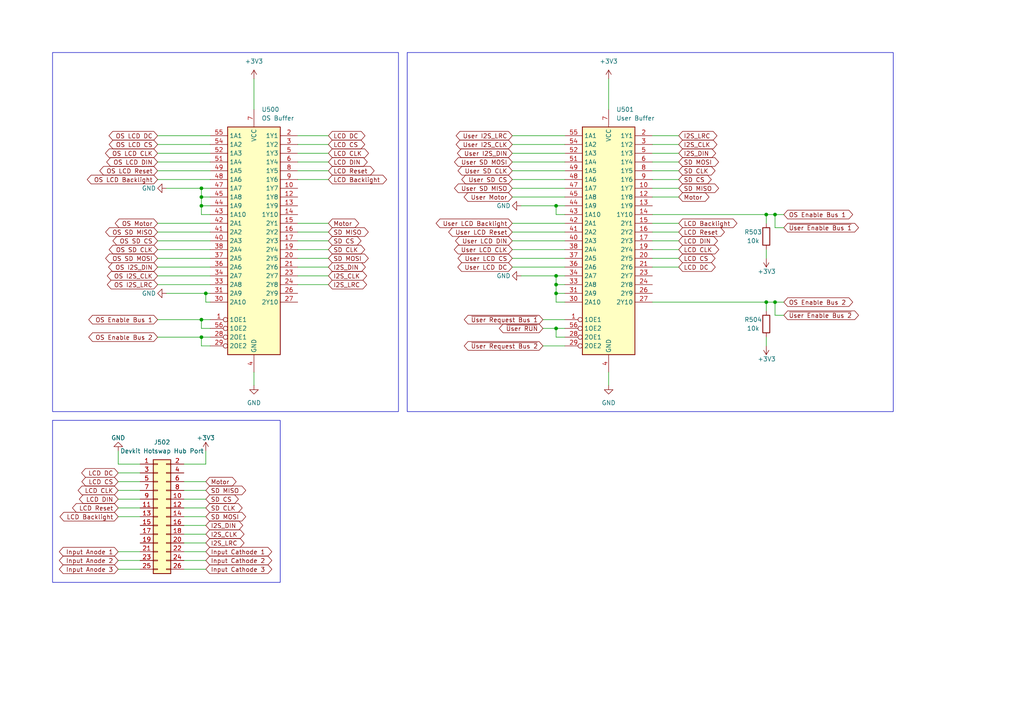
<source format=kicad_sch>
(kicad_sch (version 20230121) (generator eeschema)
  (paper "A4")
  (lib_symbols
    (symbol "74xx:SN74AVC16827DGGR"
      (property "Reference" "U" (at -6.35 34.29 0))
      (property "Value" "SN74AVC16827DGGR" (at 10.16 34.29 0))
      (symbol "SN74AVC16827DGGR_0_1"
        (rectangle (start -7.62 33.02) (end 7.62 -33.02) (stroke (width 0.254)) (fill (type background)))
      )
      (symbol "SN74AVC16827DGGR_1_1"
        (pin input inverted (at -12.7 -22.86 0) (length 5.08) (name "1OE1") (number "1"))
        (pin output line (at 12.7 15.24 180) (length 5.08) (name "1Y7") (number "10"))
        (pin passive line (at 0 -38.1 90) (length 5.08) hide (name "GND") (number "11"))
        (pin output line (at 12.7 12.7 180) (length 5.08) (name "1Y8") (number "12"))
        (pin output line (at 12.7 10.16 180) (length 5.08) (name "1Y9") (number "13"))
        (pin output line (at 12.7 7.62 180) (length 5.08) (name "1Y10") (number "14"))
        (pin output line (at 12.7 5.08 180) (length 5.08) (name "2Y1") (number "15"))
        (pin output line (at 12.7 2.54 180) (length 5.08) (name "2Y2") (number "16"))
        (pin output line (at 12.7 0 180) (length 5.08) (name "2Y3") (number "17"))
        (pin passive line (at 0 -38.1 90) (length 5.08) hide (name "GND") (number "18"))
        (pin output line (at 12.7 -2.54 180) (length 5.08) (name "2Y4") (number "19"))
        (pin output line (at 12.7 30.48 180) (length 5.08) (name "1Y1") (number "2"))
        (pin output line (at 12.7 -5.08 180) (length 5.08) (name "2Y5") (number "20"))
        (pin output line (at 12.7 -7.62 180) (length 5.08) (name "2Y6") (number "21"))
        (pin passive line (at 0 38.1 270) (length 5.08) hide (name "VCC") (number "22"))
        (pin output line (at 12.7 -10.16 180) (length 5.08) (name "2Y7") (number "23"))
        (pin output line (at 12.7 -12.7 180) (length 5.08) (name "2Y8") (number "24"))
        (pin passive line (at 0 -38.1 90) (length 5.08) hide (name "GND") (number "25"))
        (pin output line (at 12.7 -15.24 180) (length 5.08) (name "2Y9") (number "26"))
        (pin output line (at 12.7 -17.78 180) (length 5.08) (name "2Y10") (number "27"))
        (pin input inverted (at -12.7 -27.94 0) (length 5.08) (name "2OE1") (number "28"))
        (pin input inverted (at -12.7 -30.48 0) (length 5.08) (name "2OE2") (number "29"))
        (pin output line (at 12.7 27.94 180) (length 5.08) (name "1Y2") (number "3"))
        (pin input line (at -12.7 -17.78 0) (length 5.08) (name "2A10") (number "30"))
        (pin input line (at -12.7 -15.24 0) (length 5.08) (name "2A9") (number "31"))
        (pin passive line (at 0 -38.1 90) (length 5.08) hide (name "GND") (number "32"))
        (pin input line (at -12.7 -12.7 0) (length 5.08) (name "2A8") (number "33"))
        (pin input line (at -12.7 -10.16 0) (length 5.08) (name "2A7") (number "34"))
        (pin passive line (at 0 38.1 270) (length 5.08) hide (name "VCC") (number "35"))
        (pin input line (at -12.7 -7.62 0) (length 5.08) (name "2A6") (number "36"))
        (pin input line (at -12.7 -5.08 0) (length 5.08) (name "2A5") (number "37"))
        (pin input line (at -12.7 -2.54 0) (length 5.08) (name "2A4") (number "38"))
        (pin passive line (at 0 -38.1 90) (length 5.08) hide (name "GND") (number "39"))
        (pin power_in line (at 0 -38.1 90) (length 5.08) (name "GND") (number "4"))
        (pin input line (at -12.7 0 0) (length 5.08) (name "2A3") (number "40"))
        (pin input line (at -12.7 2.54 0) (length 5.08) (name "2A2") (number "41"))
        (pin input line (at -12.7 5.08 0) (length 5.08) (name "2A1") (number "42"))
        (pin input line (at -12.7 7.62 0) (length 5.08) (name "1A10") (number "43"))
        (pin input line (at -12.7 10.16 0) (length 5.08) (name "1A9") (number "44"))
        (pin input line (at -12.7 12.7 0) (length 5.08) (name "1A8") (number "45"))
        (pin passive line (at 0 -38.1 90) (length 5.08) hide (name "GND") (number "46"))
        (pin input line (at -12.7 15.24 0) (length 5.08) (name "1A7") (number "47"))
        (pin input line (at -12.7 17.78 0) (length 5.08) (name "1A6") (number "48"))
        (pin input line (at -12.7 20.32 0) (length 5.08) (name "1A5") (number "49"))
        (pin output line (at 12.7 25.4 180) (length 5.08) (name "1Y3") (number "5"))
        (pin passive line (at 0 38.1 270) (length 5.08) hide (name "VCC") (number "50"))
        (pin input line (at -12.7 22.86 0) (length 5.08) (name "1A4") (number "51"))
        (pin input line (at -12.7 25.4 0) (length 5.08) (name "1A3") (number "52"))
        (pin passive line (at 0 -38.1 90) (length 5.08) hide (name "GND") (number "53"))
        (pin input line (at -12.7 27.94 0) (length 5.08) (name "1A2") (number "54"))
        (pin input line (at -12.7 30.48 0) (length 5.08) (name "1A1") (number "55"))
        (pin input inverted (at -12.7 -25.4 0) (length 5.08) (name "1OE2") (number "56"))
        (pin output line (at 12.7 22.86 180) (length 5.08) (name "1Y4") (number "6"))
        (pin power_in line (at 0 38.1 270) (length 5.08) (name "VCC") (number "7"))
        (pin output line (at 12.7 20.32 180) (length 5.08) (name "1Y5") (number "8"))
        (pin output line (at 12.7 17.78 180) (length 5.08) (name "1Y6") (number "9"))
      )
    )
    (symbol "Connector_Generic:Conn_02x13_Odd_Even" (pin_names (offset 1.016) hide)
      (property "Reference" "J" (at 1.27 17.78 0))
      (property "Value" "Conn_02x13_Odd_Even" (at 1.27 -17.78 0))
      (symbol "Conn_02x13_Odd_Even_1_1"
        (rectangle (start -1.27 -15.113) (end 0 -15.367) (stroke (width 0.1524)))
        (rectangle (start -1.27 -12.573) (end 0 -12.827) (stroke (width 0.1524)))
        (rectangle (start -1.27 -10.033) (end 0 -10.287) (stroke (width 0.1524)))
        (rectangle (start -1.27 -7.493) (end 0 -7.747) (stroke (width 0.1524)))
        (rectangle (start -1.27 -4.953) (end 0 -5.207) (stroke (width 0.1524)))
        (rectangle (start -1.27 -2.413) (end 0 -2.667) (stroke (width 0.1524)))
        (rectangle (start -1.27 0.127) (end 0 -0.127) (stroke (width 0.1524)))
        (rectangle (start -1.27 2.667) (end 0 2.413) (stroke (width 0.1524)))
        (rectangle (start -1.27 5.207) (end 0 4.953) (stroke (width 0.1524)))
        (rectangle (start -1.27 7.747) (end 0 7.493) (stroke (width 0.1524)))
        (rectangle (start -1.27 10.287) (end 0 10.033) (stroke (width 0.1524)))
        (rectangle (start -1.27 12.827) (end 0 12.573) (stroke (width 0.1524)))
        (rectangle (start -1.27 15.367) (end 0 15.113) (stroke (width 0.1524)))
        (rectangle (start -1.27 16.51) (end 3.81 -16.51) (stroke (width 0.254)) (fill (type background)))
        (rectangle (start 3.81 -15.113) (end 2.54 -15.367) (stroke (width 0.1524)))
        (rectangle (start 3.81 -12.573) (end 2.54 -12.827) (stroke (width 0.1524)))
        (rectangle (start 3.81 -10.033) (end 2.54 -10.287) (stroke (width 0.1524)))
        (rectangle (start 3.81 -7.493) (end 2.54 -7.747) (stroke (width 0.1524)))
        (rectangle (start 3.81 -4.953) (end 2.54 -5.207) (stroke (width 0.1524)))
        (rectangle (start 3.81 -2.413) (end 2.54 -2.667) (stroke (width 0.1524)))
        (rectangle (start 3.81 0.127) (end 2.54 -0.127) (stroke (width 0.1524)))
        (rectangle (start 3.81 2.667) (end 2.54 2.413) (stroke (width 0.1524)))
        (rectangle (start 3.81 5.207) (end 2.54 4.953) (stroke (width 0.1524)))
        (rectangle (start 3.81 7.747) (end 2.54 7.493) (stroke (width 0.1524)))
        (rectangle (start 3.81 10.287) (end 2.54 10.033) (stroke (width 0.1524)))
        (rectangle (start 3.81 12.827) (end 2.54 12.573) (stroke (width 0.1524)))
        (rectangle (start 3.81 15.367) (end 2.54 15.113) (stroke (width 0.1524)))
        (pin passive line (at -5.08 15.24 0) (length 3.81) (name "Pin_1") (number "1"))
        (pin passive line (at 7.62 5.08 180) (length 3.81) (name "Pin_10") (number "10"))
        (pin passive line (at -5.08 2.54 0) (length 3.81) (name "Pin_11") (number "11"))
        (pin passive line (at 7.62 2.54 180) (length 3.81) (name "Pin_12") (number "12"))
        (pin passive line (at -5.08 0 0) (length 3.81) (name "Pin_13") (number "13"))
        (pin passive line (at 7.62 0 180) (length 3.81) (name "Pin_14") (number "14"))
        (pin passive line (at -5.08 -2.54 0) (length 3.81) (name "Pin_15") (number "15"))
        (pin passive line (at 7.62 -2.54 180) (length 3.81) (name "Pin_16") (number "16"))
        (pin passive line (at -5.08 -5.08 0) (length 3.81) (name "Pin_17") (number "17"))
        (pin passive line (at 7.62 -5.08 180) (length 3.81) (name "Pin_18") (number "18"))
        (pin passive line (at -5.08 -7.62 0) (length 3.81) (name "Pin_19") (number "19"))
        (pin passive line (at 7.62 15.24 180) (length 3.81) (name "Pin_2") (number "2"))
        (pin passive line (at 7.62 -7.62 180) (length 3.81) (name "Pin_20") (number "20"))
        (pin passive line (at -5.08 -10.16 0) (length 3.81) (name "Pin_21") (number "21"))
        (pin passive line (at 7.62 -10.16 180) (length 3.81) (name "Pin_22") (number "22"))
        (pin passive line (at -5.08 -12.7 0) (length 3.81) (name "Pin_23") (number "23"))
        (pin passive line (at 7.62 -12.7 180) (length 3.81) (name "Pin_24") (number "24"))
        (pin passive line (at -5.08 -15.24 0) (length 3.81) (name "Pin_25") (number "25"))
        (pin passive line (at 7.62 -15.24 180) (length 3.81) (name "Pin_26") (number "26"))
        (pin passive line (at -5.08 12.7 0) (length 3.81) (name "Pin_3") (number "3"))
        (pin passive line (at 7.62 12.7 180) (length 3.81) (name "Pin_4") (number "4"))
        (pin passive line (at -5.08 10.16 0) (length 3.81) (name "Pin_5") (number "5"))
        (pin passive line (at 7.62 10.16 180) (length 3.81) (name "Pin_6") (number "6"))
        (pin passive line (at -5.08 7.62 0) (length 3.81) (name "Pin_7") (number "7"))
        (pin passive line (at 7.62 7.62 180) (length 3.81) (name "Pin_8") (number "8"))
        (pin passive line (at -5.08 5.08 0) (length 3.81) (name "Pin_9") (number "9"))
      )
    )
    (symbol "Device:R" (pin_numbers hide) (pin_names (offset 0))
      (property "Reference" "R" (at 2.032 0 90))
      (property "Value" "R" (at 0 0 90))
      (symbol "R_0_1"
        (rectangle (start -1.016 -2.54) (end 1.016 2.54) (stroke (width 0.254)))
      )
      (symbol "R_1_1"
        (pin passive line (at 0 3.81 270) (length 1.27) (name "~") (number "1"))
        (pin passive line (at 0 -3.81 90) (length 1.27) (name "~") (number "2"))
      )
    )
    (symbol "power:+3V3" (power) (pin_names (offset 0))
      (property "Value" "+3V3" (at 0 3.556 0))
      (symbol "+3V3_0_1"
        (polyline (pts (xy -0.762 1.27) (xy 0 2.54)))
        (polyline (pts (xy 0 0) (xy 0 2.54)))
        (polyline (pts (xy 0 2.54) (xy 0.762 1.27)))
      )
      (symbol "+3V3_1_1"
        (pin power_in line (at 0 0 90) (length 0) hide (name "+3V3") (number "1"))
      )
    )
    (symbol "power:GND" (power) (pin_names (offset 0))
      (property "Value" "GND" (at 0 -3.81 0))
      (symbol "GND_0_1"
        (polyline (pts (xy 0 0) (xy 0 -1.27) (xy 1.27 -1.27) (xy 0 -2.54) (xy -1.27 -1.27) (xy 0 -1.27)))
      )
      (symbol "GND_1_1"
        (pin power_in line (at 0 0 270) (length 0) hide (name "GND") (number "1"))
      )
    )
  )
  (junction (at 58.42 97.79))
  (junction (at 224.79 62.23))
  (junction (at 222.25 87.63))
  (junction (at 58.42 57.15))
  (junction (at 222.25 62.23))
  (junction (at 161.29 82.55))
  (junction (at 224.79 87.63))
  (junction (at 161.29 95.25))
  (junction (at 161.29 59.69))
  (junction (at 58.42 54.61))
  (junction (at 161.29 80.01))
  (junction (at 161.29 85.09))
  (junction (at 59.69 85.09))
  (junction (at 58.42 59.69))
  (junction (at 58.42 92.71))
  (wire (pts (xy 196.85 41.91) (xy 189.23 41.91)))
  (wire (pts (xy 196.85 57.15) (xy 189.23 57.15)))
  (wire (pts (xy 60.96 87.63) (xy 59.69 87.63)))
  (wire (pts (xy 95.25 39.37) (xy 86.36 39.37)))
  (wire (pts (xy 48.26 85.09) (xy 59.69 85.09)))
  (wire (pts (xy 163.83 87.63) (xy 161.29 87.63)))
  (wire (pts (xy 161.29 87.63) (xy 161.29 85.09)))
  (wire (pts (xy 60.96 54.61) (xy 58.42 54.61)))
  (wire (pts (xy 59.69 139.7) (xy 53.34 139.7)))
  (wire (pts (xy 60.96 57.15) (xy 58.42 57.15)))
  (wire (pts (xy 176.53 111.76) (xy 176.53 107.95)))
  (wire (pts (xy 148.59 57.15) (xy 163.83 57.15)))
  (wire (pts (xy 163.83 80.01) (xy 161.29 80.01)))
  (wire (pts (xy 176.53 22.86) (xy 176.53 31.75)))
  (wire (pts (xy 34.29 134.62) (xy 40.64 134.62)))
  (wire (pts (xy 95.25 64.77) (xy 86.36 64.77)))
  (wire (pts (xy 196.85 54.61) (xy 189.23 54.61)))
  (wire (pts (xy 222.25 62.23) (xy 224.79 62.23)))
  (wire (pts (xy 95.25 72.39) (xy 86.36 72.39)))
  (wire (pts (xy 148.59 46.99) (xy 163.83 46.99)))
  (wire (pts (xy 196.85 44.45) (xy 189.23 44.45)))
  (wire (pts (xy 163.83 85.09) (xy 161.29 85.09)))
  (wire (pts (xy 196.85 77.47) (xy 189.23 77.47)))
  (wire (pts (xy 59.69 130.81) (xy 59.69 134.62)))
  (wire (pts (xy 34.29 142.24) (xy 40.64 142.24)))
  (wire (pts (xy 161.29 95.25) (xy 163.83 95.25)))
  (wire (pts (xy 148.59 64.77) (xy 163.83 64.77)))
  (wire (pts (xy 58.42 97.79) (xy 45.72 97.79)))
  (wire (pts (xy 58.42 62.23) (xy 60.96 62.23)))
  (wire (pts (xy 95.25 80.01) (xy 86.36 80.01)))
  (wire (pts (xy 45.72 39.37) (xy 60.96 39.37)))
  (wire (pts (xy 222.25 100.33) (xy 222.25 97.79)))
  (wire (pts (xy 157.48 100.33) (xy 163.83 100.33)))
  (wire (pts (xy 189.23 62.23) (xy 222.25 62.23)))
  (wire (pts (xy 196.85 64.77) (xy 189.23 64.77)))
  (wire (pts (xy 222.25 74.93) (xy 222.25 72.39)))
  (wire (pts (xy 163.83 97.79) (xy 161.29 97.79)))
  (wire (pts (xy 60.96 85.09) (xy 59.69 85.09)))
  (wire (pts (xy 196.85 49.53) (xy 189.23 49.53)))
  (wire (pts (xy 34.29 130.81) (xy 34.29 134.62)))
  (wire (pts (xy 34.29 149.86) (xy 40.64 149.86)))
  (wire (pts (xy 45.72 92.71) (xy 58.42 92.71)))
  (wire (pts (xy 48.26 54.61) (xy 58.42 54.61)))
  (wire (pts (xy 73.66 111.76) (xy 73.66 107.95)))
  (wire (pts (xy 196.85 52.07) (xy 189.23 52.07)))
  (wire (pts (xy 34.29 137.16) (xy 40.64 137.16)))
  (wire (pts (xy 157.48 95.25) (xy 161.29 95.25)))
  (wire (pts (xy 45.72 49.53) (xy 60.96 49.53)))
  (wire (pts (xy 60.96 97.79) (xy 58.42 97.79)))
  (wire (pts (xy 224.79 91.44) (xy 224.79 87.63)))
  (wire (pts (xy 60.96 92.71) (xy 58.42 92.71)))
  (wire (pts (xy 60.96 59.69) (xy 58.42 59.69)))
  (wire (pts (xy 148.59 41.91) (xy 163.83 41.91)))
  (wire (pts (xy 58.42 57.15) (xy 58.42 59.69)))
  (wire (pts (xy 95.25 67.31) (xy 86.36 67.31)))
  (wire (pts (xy 148.59 39.37) (xy 163.83 39.37)))
  (wire (pts (xy 34.29 147.32) (xy 40.64 147.32)))
  (wire (pts (xy 59.69 149.86) (xy 53.34 149.86)))
  (wire (pts (xy 227.33 66.04) (xy 224.79 66.04)))
  (wire (pts (xy 189.23 87.63) (xy 222.25 87.63)))
  (wire (pts (xy 59.69 147.32) (xy 53.34 147.32)))
  (wire (pts (xy 58.42 95.25) (xy 60.96 95.25)))
  (wire (pts (xy 59.69 165.1) (xy 53.34 165.1)))
  (wire (pts (xy 163.83 59.69) (xy 161.29 59.69)))
  (wire (pts (xy 59.69 152.4) (xy 53.34 152.4)))
  (wire (pts (xy 95.25 44.45) (xy 86.36 44.45)))
  (wire (pts (xy 58.42 92.71) (xy 58.42 95.25)))
  (wire (pts (xy 148.59 74.93) (xy 163.83 74.93)))
  (wire (pts (xy 148.59 72.39) (xy 163.83 72.39)))
  (wire (pts (xy 45.72 69.85) (xy 60.96 69.85)))
  (wire (pts (xy 34.29 144.78) (xy 40.64 144.78)))
  (wire (pts (xy 58.42 97.79) (xy 58.42 100.33)))
  (wire (pts (xy 34.29 160.02) (xy 40.64 160.02)))
  (wire (pts (xy 34.29 165.1) (xy 40.64 165.1)))
  (wire (pts (xy 58.42 59.69) (xy 58.42 62.23)))
  (wire (pts (xy 196.85 69.85) (xy 189.23 69.85)))
  (wire (pts (xy 151.13 59.69) (xy 161.29 59.69)))
  (wire (pts (xy 196.85 39.37) (xy 189.23 39.37)))
  (wire (pts (xy 222.25 64.77) (xy 222.25 62.23)))
  (wire (pts (xy 148.59 54.61) (xy 163.83 54.61)))
  (wire (pts (xy 45.72 80.01) (xy 60.96 80.01)))
  (wire (pts (xy 224.79 62.23) (xy 227.33 62.23)))
  (wire (pts (xy 222.25 87.63) (xy 224.79 87.63)))
  (wire (pts (xy 59.69 157.48) (xy 53.34 157.48)))
  (wire (pts (xy 95.25 82.55) (xy 86.36 82.55)))
  (wire (pts (xy 58.42 54.61) (xy 58.42 57.15)))
  (wire (pts (xy 161.29 95.25) (xy 161.29 97.79)))
  (wire (pts (xy 148.59 49.53) (xy 163.83 49.53)))
  (wire (pts (xy 34.29 162.56) (xy 40.64 162.56)))
  (wire (pts (xy 224.79 87.63) (xy 227.33 87.63)))
  (wire (pts (xy 45.72 72.39) (xy 60.96 72.39)))
  (wire (pts (xy 45.72 46.99) (xy 60.96 46.99)))
  (wire (pts (xy 95.25 69.85) (xy 86.36 69.85)))
  (wire (pts (xy 59.69 160.02) (xy 53.34 160.02)))
  (wire (pts (xy 95.25 77.47) (xy 86.36 77.47)))
  (wire (pts (xy 45.72 44.45) (xy 60.96 44.45)))
  (wire (pts (xy 227.33 91.44) (xy 224.79 91.44)))
  (wire (pts (xy 95.25 74.93) (xy 86.36 74.93)))
  (wire (pts (xy 163.83 82.55) (xy 161.29 82.55)))
  (wire (pts (xy 148.59 67.31) (xy 163.83 67.31)))
  (wire (pts (xy 196.85 72.39) (xy 189.23 72.39)))
  (wire (pts (xy 161.29 82.55) (xy 161.29 85.09)))
  (wire (pts (xy 73.66 22.86) (xy 73.66 31.75)))
  (wire (pts (xy 95.25 46.99) (xy 86.36 46.99)))
  (wire (pts (xy 196.85 46.99) (xy 189.23 46.99)))
  (wire (pts (xy 45.72 41.91) (xy 60.96 41.91)))
  (wire (pts (xy 34.29 139.7) (xy 40.64 139.7)))
  (wire (pts (xy 59.69 162.56) (xy 53.34 162.56)))
  (wire (pts (xy 95.25 52.07) (xy 86.36 52.07)))
  (wire (pts (xy 59.69 134.62) (xy 53.34 134.62)))
  (wire (pts (xy 161.29 80.01) (xy 161.29 82.55)))
  (wire (pts (xy 148.59 69.85) (xy 163.83 69.85)))
  (wire (pts (xy 161.29 59.69) (xy 161.29 62.23)))
  (wire (pts (xy 59.69 144.78) (xy 53.34 144.78)))
  (wire (pts (xy 45.72 64.77) (xy 60.96 64.77)))
  (wire (pts (xy 95.25 41.91) (xy 86.36 41.91)))
  (wire (pts (xy 148.59 77.47) (xy 163.83 77.47)))
  (wire (pts (xy 222.25 90.17) (xy 222.25 87.63)))
  (wire (pts (xy 45.72 67.31) (xy 60.96 67.31)))
  (wire (pts (xy 148.59 44.45) (xy 163.83 44.45)))
  (wire (pts (xy 95.25 49.53) (xy 86.36 49.53)))
  (wire (pts (xy 161.29 80.01) (xy 151.13 80.01)))
  (wire (pts (xy 45.72 82.55) (xy 60.96 82.55)))
  (wire (pts (xy 196.85 67.31) (xy 189.23 67.31)))
  (wire (pts (xy 148.59 52.07) (xy 163.83 52.07)))
  (wire (pts (xy 59.69 142.24) (xy 53.34 142.24)))
  (wire (pts (xy 45.72 77.47) (xy 60.96 77.47)))
  (wire (pts (xy 157.48 92.71) (xy 163.83 92.71)))
  (wire (pts (xy 224.79 66.04) (xy 224.79 62.23)))
  (wire (pts (xy 59.69 87.63) (xy 59.69 85.09)))
  (wire (pts (xy 59.69 154.94) (xy 53.34 154.94)))
  (wire (pts (xy 60.96 100.33) (xy 58.42 100.33)))
  (wire (pts (xy 196.85 74.93) (xy 189.23 74.93)))
  (wire (pts (xy 161.29 62.23) (xy 163.83 62.23)))
  (wire (pts (xy 45.72 74.93) (xy 60.96 74.93)))
  (wire (pts (xy 45.72 52.07) (xy 60.96 52.07)))
  (rectangle (start 118.11 15.24) (end 259.08 119.38))
  (rectangle (start 15.24 121.92) (end 81.28 168.91))
  (rectangle (start 15.24 15.24) (end 115.57 119.38))
  (global_label "LCD Backlight" (shape bidirectional) (at 34.29 149.86 180) (property "Intersheetrefs" "${INTERSHEET_REFS}" (effects hide)))
  (global_label "~{User Request Bus 2}" (shape bidirectional) (at 157.48 100.33 180) (property "Intersheetrefs" "${INTERSHEET_REFS}" (effects hide)))
  (global_label "~{User Enable Bus 2}" (shape bidirectional) (at 227.33 91.44 0) (property "Intersheetrefs" "${INTERSHEET_REFS}" (effects hide)))
  (global_label "User SD MOSI" (shape bidirectional) (at 148.59 46.99 180) (property "Intersheetrefs" "${INTERSHEET_REFS}" (effects hide)))
  (global_label "Input Cathode 1" (shape bidirectional) (at 59.69 160.02 0) (property "Intersheetrefs" "${INTERSHEET_REFS}" (effects hide)))
  (global_label "Input Anode 1" (shape bidirectional) (at 34.29 160.02 180) (property "Intersheetrefs" "${INTERSHEET_REFS}" (effects hide)))
  (global_label "Input Anode 3" (shape bidirectional) (at 34.29 165.1 180) (property "Intersheetrefs" "${INTERSHEET_REFS}" (effects hide)))
  (global_label "OS LCD DIN" (shape bidirectional) (at 45.72 46.99 180) (property "Intersheetrefs" "${INTERSHEET_REFS}" (effects hide)))
  (global_label "OS LCD Reset" (shape bidirectional) (at 45.72 49.53 180) (property "Intersheetrefs" "${INTERSHEET_REFS}" (effects hide)))
  (global_label "LCD DC" (shape bidirectional) (at 196.85 77.47 0) (property "Intersheetrefs" "${INTERSHEET_REFS}" (effects hide)))
  (global_label "User SD CLK" (shape bidirectional) (at 148.59 49.53 180) (property "Intersheetrefs" "${INTERSHEET_REFS}" (effects hide)))
  (global_label "~{User Request Bus 1}" (shape bidirectional) (at 157.48 92.71 180) (property "Intersheetrefs" "${INTERSHEET_REFS}" (effects hide)))
  (global_label "OS Enable Bus 1" (shape bidirectional) (at 45.72 92.71 180) (property "Intersheetrefs" "${INTERSHEET_REFS}" (effects hide)))
  (global_label "User LCD DIN" (shape bidirectional) (at 148.59 69.85 180) (property "Intersheetrefs" "${INTERSHEET_REFS}" (effects hide)))
  (global_label "LCD CLK" (shape bidirectional) (at 95.25 44.45 0) (property "Intersheetrefs" "${INTERSHEET_REFS}" (effects hide)))
  (global_label "SD CS" (shape bidirectional) (at 196.85 52.07 0) (property "Intersheetrefs" "${INTERSHEET_REFS}" (effects hide)))
  (global_label "SD CS" (shape bidirectional) (at 95.25 69.85 0) (property "Intersheetrefs" "${INTERSHEET_REFS}" (effects hide)))
  (global_label "User SD CS" (shape bidirectional) (at 148.59 52.07 180) (property "Intersheetrefs" "${INTERSHEET_REFS}" (effects hide)))
  (global_label "User SD MISO" (shape bidirectional) (at 148.59 54.61 180) (property "Intersheetrefs" "${INTERSHEET_REFS}" (effects hide)))
  (global_label "LCD DC" (shape bidirectional) (at 95.25 39.37 0) (property "Intersheetrefs" "${INTERSHEET_REFS}" (effects hide)))
  (global_label "OS LCD CS" (shape bidirectional) (at 45.72 41.91 180) (property "Intersheetrefs" "${INTERSHEET_REFS}" (effects hide)))
  (global_label "LCD DIN" (shape bidirectional) (at 196.85 69.85 0) (property "Intersheetrefs" "${INTERSHEET_REFS}" (effects hide)))
  (global_label "LCD DIN" (shape bidirectional) (at 34.29 144.78 180) (property "Intersheetrefs" "${INTERSHEET_REFS}" (effects hide)))
  (global_label "LCD Backlight" (shape bidirectional) (at 196.85 64.77 0) (property "Intersheetrefs" "${INTERSHEET_REFS}" (effects hide)))
  (global_label "LCD Reset" (shape bidirectional) (at 196.85 67.31 0) (property "Intersheetrefs" "${INTERSHEET_REFS}" (effects hide)))
  (global_label "LCD Reset" (shape bidirectional) (at 34.29 147.32 180) (property "Intersheetrefs" "${INTERSHEET_REFS}" (effects hide)))
  (global_label "User LCD Reset" (shape bidirectional) (at 148.59 67.31 180) (property "Intersheetrefs" "${INTERSHEET_REFS}" (effects hide)))
  (global_label "SD MOSI" (shape bidirectional) (at 95.25 74.93 0) (property "Intersheetrefs" "${INTERSHEET_REFS}" (effects hide)))
  (global_label "SD MOSI" (shape bidirectional) (at 59.69 149.86 0) (property "Intersheetrefs" "${INTERSHEET_REFS}" (effects hide)))
  (global_label "Input Cathode 3" (shape bidirectional) (at 59.69 165.1 0) (property "Intersheetrefs" "${INTERSHEET_REFS}" (effects hide)))
  (global_label "OS Motor" (shape bidirectional) (at 45.72 64.77 180) (property "Intersheetrefs" "${INTERSHEET_REFS}" (effects hide)))
  (global_label "User Motor" (shape bidirectional) (at 148.59 57.15 180) (property "Intersheetrefs" "${INTERSHEET_REFS}" (effects hide)))
  (global_label "I2S_CLK" (shape bidirectional) (at 59.69 154.94 0) (property "Intersheetrefs" "${INTERSHEET_REFS}" (effects hide)))
  (global_label "I2S_DIN" (shape bidirectional) (at 59.69 152.4 0) (property "Intersheetrefs" "${INTERSHEET_REFS}" (effects hide)))
  (global_label "OS LCD CLK" (shape bidirectional) (at 45.72 44.45 180) (property "Intersheetrefs" "${INTERSHEET_REFS}" (effects hide)))
  (global_label "Motor" (shape bidirectional) (at 95.25 64.77 0) (property "Intersheetrefs" "${INTERSHEET_REFS}" (effects hide)))
  (global_label "LCD Reset" (shape bidirectional) (at 95.25 49.53 0) (property "Intersheetrefs" "${INTERSHEET_REFS}" (effects hide)))
  (global_label "User LCD CLK" (shape bidirectional) (at 148.59 72.39 180) (property "Intersheetrefs" "${INTERSHEET_REFS}" (effects hide)))
  (global_label "User LCD CS" (shape bidirectional) (at 148.59 74.93 180) (property "Intersheetrefs" "${INTERSHEET_REFS}" (effects hide)))
  (global_label "LCD CS" (shape bidirectional) (at 34.29 139.7 180) (property "Intersheetrefs" "${INTERSHEET_REFS}" (effects hide)))
  (global_label "LCD Backlight" (shape bidirectional) (at 95.25 52.07 0) (property "Intersheetrefs" "${INTERSHEET_REFS}" (effects hide)))
  (global_label "Input Cathode 2" (shape bidirectional) (at 59.69 162.56 0) (property "Intersheetrefs" "${INTERSHEET_REFS}" (effects hide)))
  (global_label "LCD DC" (shape bidirectional) (at 34.29 137.16 180) (property "Intersheetrefs" "${INTERSHEET_REFS}" (effects hide)))
  (global_label "User I2S_CLK" (shape bidirectional) (at 148.59 41.91 180) (property "Intersheetrefs" "${INTERSHEET_REFS}" (effects hide)))
  (global_label "SD MISO" (shape bidirectional) (at 95.25 67.31 0) (property "Intersheetrefs" "${INTERSHEET_REFS}" (effects hide)))
  (global_label "OS Enable Bus 1" (shape bidirectional) (at 227.33 62.23 0) (property "Intersheetrefs" "${INTERSHEET_REFS}" (effects hide)))
  (global_label "SD MOSI" (shape bidirectional) (at 196.85 46.99 0) (property "Intersheetrefs" "${INTERSHEET_REFS}" (effects hide)))
  (global_label "I2S_DIN" (shape bidirectional) (at 95.25 77.47 0) (property "Intersheetrefs" "${INTERSHEET_REFS}" (effects hide)))
  (global_label "Motor" (shape bidirectional) (at 196.85 57.15 0) (property "Intersheetrefs" "${INTERSHEET_REFS}" (effects hide)))
  (global_label "Input Anode 2" (shape bidirectional) (at 34.29 162.56 180) (property "Intersheetrefs" "${INTERSHEET_REFS}" (effects hide)))
  (global_label "SD CLK" (shape bidirectional) (at 95.25 72.39 0) (property "Intersheetrefs" "${INTERSHEET_REFS}" (effects hide)))
  (global_label "SD MISO" (shape bidirectional) (at 196.85 54.61 0) (property "Intersheetrefs" "${INTERSHEET_REFS}" (effects hide)))
  (global_label "User I2S_DIN" (shape bidirectional) (at 148.59 44.45 180) (property "Intersheetrefs" "${INTERSHEET_REFS}" (effects hide)))
  (global_label "~{User Enable Bus 1}" (shape bidirectional) (at 227.33 66.04 0) (property "Intersheetrefs" "${INTERSHEET_REFS}" (effects hide)))
  (global_label "SD CLK" (shape bidirectional) (at 196.85 49.53 0) (property "Intersheetrefs" "${INTERSHEET_REFS}" (effects hide)))
  (global_label "OS SD CS" (shape bidirectional) (at 45.72 69.85 180) (property "Intersheetrefs" "${INTERSHEET_REFS}" (effects hide)))
  (global_label "User I2S_LRC" (shape bidirectional) (at 148.59 39.37 180) (property "Intersheetrefs" "${INTERSHEET_REFS}" (effects hide)))
  (global_label "SD MISO" (shape bidirectional) (at 59.69 142.24 0) (property "Intersheetrefs" "${INTERSHEET_REFS}" (effects hide)))
  (global_label "OS I2S_LRC" (shape bidirectional) (at 45.72 82.55 180) (property "Intersheetrefs" "${INTERSHEET_REFS}" (effects hide)))
  (global_label "OS I2S_DIN" (shape bidirectional) (at 45.72 77.47 180) (property "Intersheetrefs" "${INTERSHEET_REFS}" (effects hide)))
  (global_label "I2S_CLK" (shape bidirectional) (at 95.25 80.01 0) (property "Intersheetrefs" "${INTERSHEET_REFS}" (effects hide)))
  (global_label "OS SD MOSI" (shape bidirectional) (at 45.72 74.93 180) (property "Intersheetrefs" "${INTERSHEET_REFS}" (effects hide)))
  (global_label "Motor" (shape bidirectional) (at 59.69 139.7 0) (property "Intersheetrefs" "${INTERSHEET_REFS}" (effects hide)))
  (global_label "SD CLK" (shape bidirectional) (at 59.69 147.32 0) (property "Intersheetrefs" "${INTERSHEET_REFS}" (effects hide)))
  (global_label "User LCD Backlight" (shape bidirectional) (at 148.59 64.77 180) (property "Intersheetrefs" "${INTERSHEET_REFS}" (effects hide)))
  (global_label "I2S_CLK" (shape bidirectional) (at 196.85 41.91 0) (property "Intersheetrefs" "${INTERSHEET_REFS}" (effects hide)))
  (global_label "I2S_DIN" (shape bidirectional) (at 196.85 44.45 0) (property "Intersheetrefs" "${INTERSHEET_REFS}" (effects hide)))
  (global_label "OS LCD DC" (shape bidirectional) (at 45.72 39.37 180) (property "Intersheetrefs" "${INTERSHEET_REFS}" (effects hide)))
  (global_label "SD CS" (shape bidirectional) (at 59.69 144.78 0) (property "Intersheetrefs" "${INTERSHEET_REFS}" (effects hide)))
  (global_label "I2S_LRC" (shape bidirectional) (at 95.25 82.55 0) (property "Intersheetrefs" "${INTERSHEET_REFS}" (effects hide)))
  (global_label "OS LCD Backlight" (shape bidirectional) (at 45.72 52.07 180) (property "Intersheetrefs" "${INTERSHEET_REFS}" (effects hide)))
  (global_label "LCD CS" (shape bidirectional) (at 95.25 41.91 0) (property "Intersheetrefs" "${INTERSHEET_REFS}" (effects hide)))
  (global_label "OS Enable Bus 2" (shape bidirectional) (at 227.33 87.63 0) (property "Intersheetrefs" "${INTERSHEET_REFS}" (effects hide)))
  (global_label "OS Enable Bus 2" (shape bidirectional) (at 45.72 97.79 180) (property "Intersheetrefs" "${INTERSHEET_REFS}" (effects hide)))
  (global_label "~{User RUN}" (shape bidirectional) (at 157.48 95.25 180) (property "Intersheetrefs" "${INTERSHEET_REFS}" (effects hide)))
  (global_label "LCD DIN" (shape bidirectional) (at 95.25 46.99 0) (property "Intersheetrefs" "${INTERSHEET_REFS}" (effects hide)))
  (global_label "OS I2S_CLK" (shape bidirectional) (at 45.72 80.01 180) (property "Intersheetrefs" "${INTERSHEET_REFS}" (effects hide)))
  (global_label "I2S_LRC" (shape bidirectional) (at 196.85 39.37 0) (property "Intersheetrefs" "${INTERSHEET_REFS}" (effects hide)))
  (global_label "LCD CS" (shape bidirectional) (at 196.85 74.93 0) (property "Intersheetrefs" "${INTERSHEET_REFS}" (effects hide)))
  (global_label "User LCD DC" (shape bidirectional) (at 148.59 77.47 180) (property "Intersheetrefs" "${INTERSHEET_REFS}" (effects hide)))
  (global_label "I2S_LRC" (shape bidirectional) (at 59.69 157.48 0) (property "Intersheetrefs" "${INTERSHEET_REFS}" (effects hide)))
  (global_label "OS SD CLK" (shape bidirectional) (at 45.72 72.39 180) (property "Intersheetrefs" "${INTERSHEET_REFS}" (effects hide)))
  (global_label "LCD CLK" (shape bidirectional) (at 34.29 142.24 180) (property "Intersheetrefs" "${INTERSHEET_REFS}" (effects hide)))
  (global_label "LCD CLK" (shape bidirectional) (at 196.85 72.39 0) (property "Intersheetrefs" "${INTERSHEET_REFS}" (effects hide)))
  (global_label "OS SD MISO" (shape bidirectional) (at 45.72 67.31 180) (property "Intersheetrefs" "${INTERSHEET_REFS}" (effects hide)))
  (symbol (lib_id "power:+3V3") (at 73.66 22.86 0) (unit 1)
    (property "Reference" "#PWR051" (effects hide))
    (property "Value" "+3V3" (at 73.66 17.78 0))
  )
  (symbol (lib_id "power:GND") (at 151.13 80.01 270) (mirror x) (unit 1)
    (property "Reference" "#PWR052" (effects hide))
    (property "Value" "GND" (at 146.05 80.01 90))
  )
  (symbol (lib_id "power:+3V3") (at 222.25 100.33 0) (mirror x) (unit 1)
    (property "Reference" "#PWR063" (effects hide))
    (property "Value" "+3V3" (at 219.71 104.14 0) (effects (justify left)))
  )
  (symbol (lib_id "power:GND") (at 176.53 111.76 0) (unit 1)
    (property "Reference" "#PWR054" (effects hide))
    (property "Value" "GND" (at 176.53 116.84 0))
  )
  (symbol (lib_id "power:GND") (at 48.26 85.09 270) (mirror x) (unit 1)
    (property "Reference" "#PWR050" (effects hide))
    (property "Value" "GND" (at 43.18 85.09 90))
  )
  (symbol (lib_id "power:GND") (at 48.26 54.61 270) (mirror x) (unit 1)
    (property "Reference" "#PWR066" (effects hide))
    (property "Value" "GND" (at 43.18 54.61 90))
  )
  (symbol (lib_id "power:GND") (at 34.29 130.81 180) (unit 1)
    (property "Reference" "#PWR0111" (effects hide))
    (property "Value" "GND" (at 34.29 127 0))
    (instances (project "DevkitHotswapPicoHub" (path "" (reference "#PWR0111") (unit 1)) (path "" (reference "#PWR069") (unit 1))))
  )
  (symbol (lib_id "74xx:SN74AVC16827DGGR") (at 73.66 69.85 0) (unit 1)
    (property "Reference" "U500" (at 75.8541 31.75 0) (effects (justify left)))
    (property "Value" "OS Buffer" (at 75.8541 34.29 0) (effects (justify left)))
    (property "Footprint" "Package_SO:TSSOP-56_6.1x14mm_P0.5mm" (effects hide))
    (property "Datasheet" "http://www.ti.com/lit/ds/symlink/sn74avc16827.pdf" (effects hide))
  )
  (symbol (lib_id "power:+3V3") (at 59.69 130.81 0) (mirror y) (unit 1)
    (property "Reference" "#PWR070" (effects hide))
    (property "Value" "+3V3" (at 59.69 127 0))
  )
  (symbol (lib_id "74xx:SN74AVC16827DGGR") (at 176.53 69.85 0) (unit 1)
    (property "Reference" "U501" (at 178.7241 31.75 0) (effects (justify left)))
    (property "Value" "User Buffer" (at 178.7241 34.29 0) (effects (justify left)))
    (property "Footprint" "Package_SO:TSSOP-56_6.1x14mm_P0.5mm" (effects hide))
    (property "Datasheet" "http://www.ti.com/lit/ds/symlink/sn74avc16827.pdf" (effects hide))
  )
  (symbol (lib_id "Device:R") (at 222.25 68.58 180) (unit 1)
    (property "Reference" "R503" (at 218.44 67.31 0))
    (property "Value" "10k" (at 218.44 69.85 0))
    (property "Footprint" "Resistor_SMD:R_0805_2012Metric" (effects hide))
  )
  (symbol (lib_id "Device:R") (at 222.25 93.98 180) (unit 1)
    (property "Reference" "R504" (at 218.44 92.71 0))
    (property "Value" "10k" (at 218.44 95.25 0))
    (property "Footprint" "Resistor_SMD:R_0805_2012Metric" (effects hide))
  )
  (symbol (lib_id "power:GND") (at 151.13 59.69 270) (mirror x) (unit 1)
    (property "Reference" "#PWR065" (effects hide))
    (property "Value" "GND" (at 146.05 59.69 90))
  )
  (symbol (lib_id "Connector_Generic:Conn_02x13_Odd_Even") (at 45.72 149.86 0) (unit 1)
    (property "Reference" "J502" (at 46.99 128.27 0))
    (property "Value" "Devkit Hotswap Hub Port" (at 46.99 130.81 0))
    (property "Footprint" "Connector_PinHeader_2.54mm:PinHeader_2x13_P2.54mm_Vertical" (effects hide))
  )
  (symbol (lib_id "power:+3V3") (at 176.53 22.86 0) (unit 1)
    (property "Reference" "#PWR053" (effects hide))
    (property "Value" "+3V3" (at 176.53 17.78 0))
  )
  (symbol (lib_id "power:+3V3") (at 222.25 74.93 0) (mirror x) (unit 1)
    (property "Reference" "#PWR064" (effects hide))
    (property "Value" "+3V3" (at 219.71 78.74 0) (effects (justify left)))
  )
  (symbol (lib_id "power:GND") (at 73.66 111.76 0) (unit 1)
    (property "Reference" "#PWR049" (effects hide))
    (property "Value" "GND" (at 73.66 116.84 0))
  )
)
</source>
